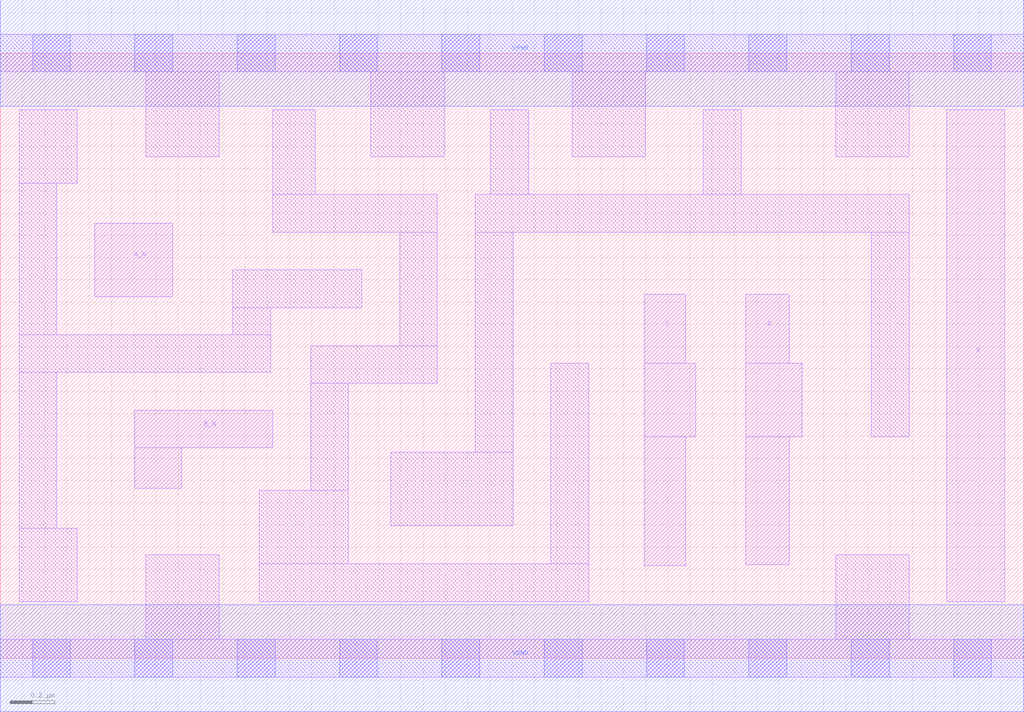
<source format=lef>
# Copyright 2020 The SkyWater PDK Authors
#
# Licensed under the Apache License, Version 2.0 (the "License");
# you may not use this file except in compliance with the License.
# You may obtain a copy of the License at
#
#     https://www.apache.org/licenses/LICENSE-2.0
#
# Unless required by applicable law or agreed to in writing, software
# distributed under the License is distributed on an "AS IS" BASIS,
# WITHOUT WARRANTIES OR CONDITIONS OF ANY KIND, either express or implied.
# See the License for the specific language governing permissions and
# limitations under the License.
#
# SPDX-License-Identifier: Apache-2.0

VERSION 5.7 ;
  NAMESCASESENSITIVE ON ;
  NOWIREEXTENSIONATPIN ON ;
  DIVIDERCHAR "/" ;
  BUSBITCHARS "[]" ;
UNITS
  DATABASE MICRONS 200 ;
END UNITS
MACRO sky130_fd_sc_hd__and4bb_1
  CLASS CORE ;
  SOURCE USER ;
  FOREIGN sky130_fd_sc_hd__and4bb_1 ;
  ORIGIN  0.000000  0.000000 ;
  SIZE  4.600000 BY  2.720000 ;
  SYMMETRY X Y R90 ;
  SITE unithd ;
  PIN A_N
    ANTENNAGATEAREA  0.126000 ;
    DIRECTION INPUT ;
    USE SIGNAL ;
    PORT
      LAYER li1 ;
        RECT 0.425000 1.625000 0.775000 1.955000 ;
    END
  END A_N
  PIN B_N
    ANTENNAGATEAREA  0.126000 ;
    DIRECTION INPUT ;
    USE SIGNAL ;
    PORT
      LAYER li1 ;
        RECT 0.605000 0.765000 0.815000 0.945000 ;
        RECT 0.605000 0.945000 1.225000 1.115000 ;
    END
  END B_N
  PIN C
    ANTENNAGATEAREA  0.126000 ;
    DIRECTION INPUT ;
    USE SIGNAL ;
    PORT
      LAYER li1 ;
        RECT 2.895000 0.415000 3.080000 0.995000 ;
        RECT 2.895000 0.995000 3.125000 1.325000 ;
        RECT 2.895000 1.325000 3.080000 1.635000 ;
    END
  END C
  PIN D
    ANTENNAGATEAREA  0.126000 ;
    DIRECTION INPUT ;
    USE SIGNAL ;
    PORT
      LAYER li1 ;
        RECT 3.350000 0.420000 3.545000 0.995000 ;
        RECT 3.350000 0.995000 3.605000 1.325000 ;
        RECT 3.350000 1.325000 3.545000 1.635000 ;
    END
  END D
  PIN X
    ANTENNADIFFAREA  0.425400 ;
    DIRECTION OUTPUT ;
    USE SIGNAL ;
    PORT
      LAYER li1 ;
        RECT 4.255000 0.255000 4.515000 2.465000 ;
    END
  END X
  PIN VGND
    DIRECTION INOUT ;
    SHAPE ABUTMENT ;
    USE GROUND ;
    PORT
      LAYER met1 ;
        RECT 0.000000 -0.240000 4.600000 0.240000 ;
    END
  END VGND
  PIN VPWR
    DIRECTION INOUT ;
    SHAPE ABUTMENT ;
    USE POWER ;
    PORT
      LAYER met1 ;
        RECT 0.000000 2.480000 4.600000 2.960000 ;
    END
  END VPWR
  OBS
    LAYER li1 ;
      RECT 0.000000 -0.085000 4.600000 0.085000 ;
      RECT 0.000000  2.635000 4.600000 2.805000 ;
      RECT 0.085000  0.255000 0.345000 0.585000 ;
      RECT 0.085000  0.585000 0.255000 1.285000 ;
      RECT 0.085000  1.285000 1.215000 1.455000 ;
      RECT 0.085000  1.455000 0.255000 2.135000 ;
      RECT 0.085000  2.135000 0.345000 2.465000 ;
      RECT 0.655000  0.085000 0.985000 0.465000 ;
      RECT 0.655000  2.255000 0.985000 2.635000 ;
      RECT 1.045000  1.455000 1.215000 1.575000 ;
      RECT 1.045000  1.575000 1.625000 1.745000 ;
      RECT 1.165000  0.255000 2.645000 0.425000 ;
      RECT 1.165000  0.425000 1.565000 0.755000 ;
      RECT 1.225000  1.915000 1.965000 2.085000 ;
      RECT 1.225000  2.085000 1.415000 2.465000 ;
      RECT 1.395000  0.755000 1.565000 1.235000 ;
      RECT 1.395000  1.235000 1.965000 1.405000 ;
      RECT 1.665000  2.255000 1.995000 2.635000 ;
      RECT 1.755000  0.595000 2.305000 0.925000 ;
      RECT 1.795000  1.405000 1.965000 1.915000 ;
      RECT 2.135000  0.925000 2.305000 1.915000 ;
      RECT 2.135000  1.915000 4.085000 2.085000 ;
      RECT 2.205000  2.085000 2.375000 2.465000 ;
      RECT 2.475000  0.425000 2.645000 1.325000 ;
      RECT 2.570000  2.255000 2.900000 2.635000 ;
      RECT 3.160000  2.085000 3.330000 2.465000 ;
      RECT 3.755000  0.085000 4.085000 0.465000 ;
      RECT 3.755000  2.255000 4.085000 2.635000 ;
      RECT 3.915000  0.995000 4.085000 1.915000 ;
    LAYER mcon ;
      RECT 0.145000 -0.085000 0.315000 0.085000 ;
      RECT 0.145000  2.635000 0.315000 2.805000 ;
      RECT 0.605000 -0.085000 0.775000 0.085000 ;
      RECT 0.605000  2.635000 0.775000 2.805000 ;
      RECT 1.065000 -0.085000 1.235000 0.085000 ;
      RECT 1.065000  2.635000 1.235000 2.805000 ;
      RECT 1.525000 -0.085000 1.695000 0.085000 ;
      RECT 1.525000  2.635000 1.695000 2.805000 ;
      RECT 1.985000 -0.085000 2.155000 0.085000 ;
      RECT 1.985000  2.635000 2.155000 2.805000 ;
      RECT 2.445000 -0.085000 2.615000 0.085000 ;
      RECT 2.445000  2.635000 2.615000 2.805000 ;
      RECT 2.905000 -0.085000 3.075000 0.085000 ;
      RECT 2.905000  2.635000 3.075000 2.805000 ;
      RECT 3.365000 -0.085000 3.535000 0.085000 ;
      RECT 3.365000  2.635000 3.535000 2.805000 ;
      RECT 3.825000 -0.085000 3.995000 0.085000 ;
      RECT 3.825000  2.635000 3.995000 2.805000 ;
      RECT 4.285000 -0.085000 4.455000 0.085000 ;
      RECT 4.285000  2.635000 4.455000 2.805000 ;
  END
END sky130_fd_sc_hd__and4bb_1

</source>
